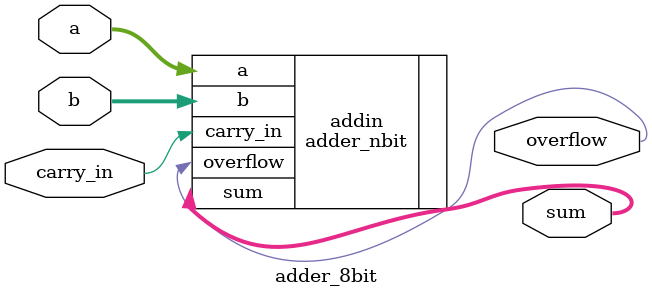
<source format=sv>

module adder_8bit
(
	input wire [7:0] a,
	input wire [7:0] b,
	input wire carry_in,
	output wire [7:0] sum,
	output wire overflow
);

	adder_nbit #(8) addin (.a(a), .b(b), .carry_in(carry_in), .sum(sum), .overflow(overflow));

// STUDENT: Fill in the correct port map with parameter override syntax for using your n-bit ripple carry adder design to be an 8-bit ripple carry adder design
endmodule

</source>
